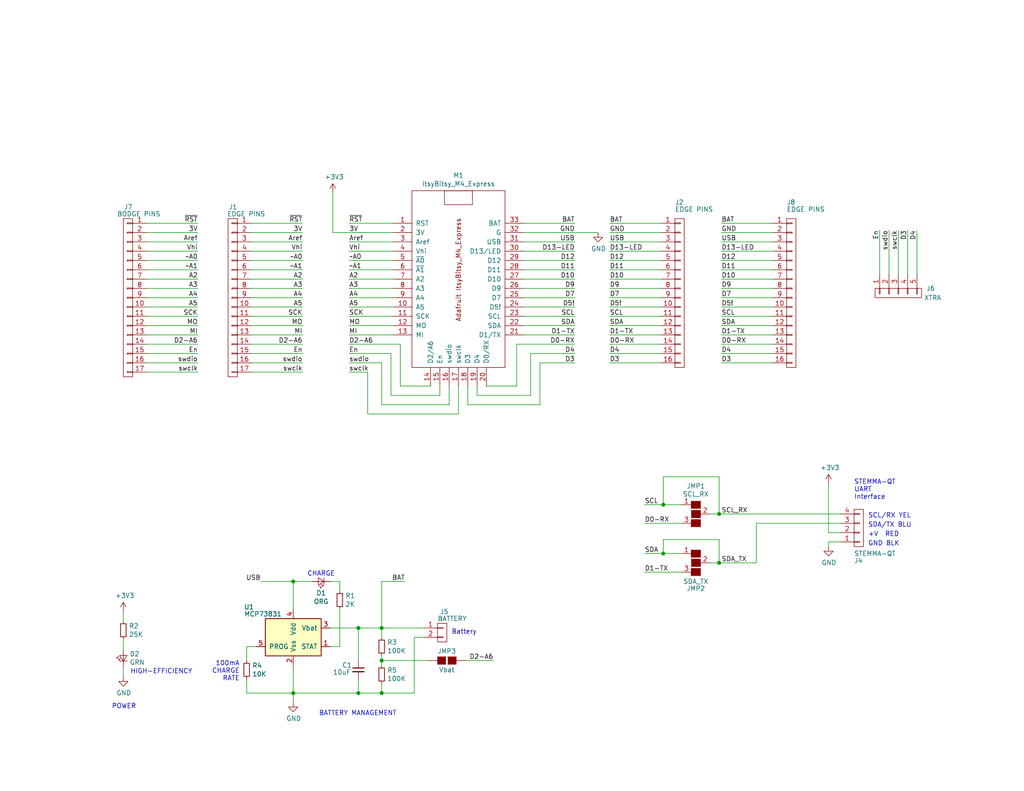
<source format=kicad_sch>
(kicad_sch (version 20211123) (generator eeschema)
  (paper "USLetter")
  (title_block (title "ItsyBitsy M4 Breadboard Adapter") (date "2023-04-20") (rev "3.0.0") (company "Cedar Grove Studios"))
  (lib_symbols
    (symbol "Device:C_Small" (pin_numbers hide) (pin_names (offset 0.254) hide)
      (property "Reference" "C" (at 0.254 1.778 0))
      (property "Value" "C_Small" (at 0.254 -2.032 0))
      (symbol "C_Small_0_1"
        (polyline (pts (xy -1.524 -0.508) (xy 1.524 -0.508)) (stroke (width 0.3302)))
        (polyline (pts (xy -1.524 0.508) (xy 1.524 0.508)) (stroke (width 0.3048)))
      )
      (symbol "C_Small_1_1"
        (pin passive line (at 0 2.54 270) (length 2.032) (name "~") (number "1"))
        (pin passive line (at 0 -2.54 90) (length 2.032) (name "~") (number "2"))
      )
    )
    (symbol "ItsyBitsy-breadboard-rescue:CONN_01X02-conn" (pin_names (offset 1.016) hide)
      (property "Reference" "J" (at 0 3.81 0))
      (property "Value" "CONN_01X02-conn" (at 2.54 0 90))
      (symbol "CONN_01X02-conn_0_1"
        (rectangle (start -1.27 -1.143) (end 0.254 -1.397))
        (rectangle (start -1.27 1.397) (end 0.254 1.143))
        (rectangle (start -1.27 2.54) (end 1.27 -2.54))
      )
      (symbol "CONN_01X02-conn_1_1"
        (pin passive line (at -5.08 1.27 0) (length 3.81) (name "P1") (number "1"))
        (pin passive line (at -5.08 -1.27 0) (length 3.81) (name "P2") (number "2"))
      )
    )
    (symbol "ItsyBitsy-breadboard-rescue:CONN_01X05-conn" (pin_names (offset 1.016) hide)
      (property "Reference" "J" (at 0 7.62 0))
      (property "Value" "CONN_01X05-conn" (at 2.54 0 90))
      (symbol "CONN_01X05-conn_0_1"
        (rectangle (start -1.27 -4.953) (end 0.254 -5.207))
        (rectangle (start -1.27 -2.413) (end 0.254 -2.667))
        (rectangle (start -1.27 0.127) (end 0.254 -0.127))
        (rectangle (start -1.27 2.667) (end 0.254 2.413))
        (rectangle (start -1.27 5.207) (end 0.254 4.953))
        (rectangle (start -1.27 6.35) (end 1.27 -6.35))
      )
      (symbol "CONN_01X05-conn_1_1"
        (pin passive line (at -5.08 5.08 0) (length 3.81) (name "P1") (number "1"))
        (pin passive line (at -5.08 2.54 0) (length 3.81) (name "P2") (number "2"))
        (pin passive line (at -5.08 0 0) (length 3.81) (name "P3") (number "3"))
        (pin passive line (at -5.08 -2.54 0) (length 3.81) (name "P4") (number "4"))
        (pin passive line (at -5.08 -5.08 0) (length 3.81) (name "P5") (number "5"))
      )
    )
    (symbol "ItsyBitsy-breadboard-rescue:CONN_01X16-conn" (pin_names (offset 1.016) hide)
      (property "Reference" "J" (at 0 21.59 0))
      (property "Value" "CONN_01X16-conn" (at 2.54 0 90))
      (symbol "CONN_01X16-conn_0_1"
        (rectangle (start -1.27 -18.923) (end 0.254 -19.177))
        (rectangle (start -1.27 -16.383) (end 0.254 -16.637))
        (rectangle (start -1.27 -13.843) (end 0.254 -14.097))
        (rectangle (start -1.27 -11.303) (end 0.254 -11.557))
        (rectangle (start -1.27 -8.763) (end 0.254 -9.017))
        (rectangle (start -1.27 -6.223) (end 0.254 -6.477))
        (rectangle (start -1.27 -3.683) (end 0.254 -3.937))
        (rectangle (start -1.27 -1.143) (end 0.254 -1.397))
        (rectangle (start -1.27 1.397) (end 0.254 1.143))
        (rectangle (start -1.27 3.937) (end 0.254 3.683))
        (rectangle (start -1.27 6.477) (end 0.254 6.223))
        (rectangle (start -1.27 9.017) (end 0.254 8.763))
        (rectangle (start -1.27 11.557) (end 0.254 11.303))
        (rectangle (start -1.27 14.097) (end 0.254 13.843))
        (rectangle (start -1.27 16.637) (end 0.254 16.383))
        (rectangle (start -1.27 19.177) (end 0.254 18.923))
        (rectangle (start -1.27 20.32) (end 1.27 -20.32))
      )
      (symbol "CONN_01X16-conn_1_1"
        (pin passive line (at -5.08 19.05 0) (length 3.81) (name "P1") (number "1"))
        (pin passive line (at -5.08 -3.81 0) (length 3.81) (name "P10") (number "10"))
        (pin passive line (at -5.08 -6.35 0) (length 3.81) (name "P11") (number "11"))
        (pin passive line (at -5.08 -8.89 0) (length 3.81) (name "P12") (number "12"))
        (pin passive line (at -5.08 -11.43 0) (length 3.81) (name "P13") (number "13"))
        (pin passive line (at -5.08 -13.97 0) (length 3.81) (name "P14") (number "14"))
        (pin passive line (at -5.08 -16.51 0) (length 3.81) (name "P15") (number "15"))
        (pin passive line (at -5.08 -19.05 0) (length 3.81) (name "P16") (number "16"))
        (pin passive line (at -5.08 16.51 0) (length 3.81) (name "P2") (number "2"))
        (pin passive line (at -5.08 13.97 0) (length 3.81) (name "P3") (number "3"))
        (pin passive line (at -5.08 11.43 0) (length 3.81) (name "P4") (number "4"))
        (pin passive line (at -5.08 8.89 0) (length 3.81) (name "P5") (number "5"))
        (pin passive line (at -5.08 6.35 0) (length 3.81) (name "P6") (number "6"))
        (pin passive line (at -5.08 3.81 0) (length 3.81) (name "P7") (number "7"))
        (pin passive line (at -5.08 1.27 0) (length 3.81) (name "P8") (number "8"))
        (pin passive line (at -5.08 -1.27 0) (length 3.81) (name "P9") (number "9"))
      )
    )
    (symbol "ItsyBitsy-breadboard-rescue:CONN_01X17-conn" (pin_names (offset 1.016) hide)
      (property "Reference" "J" (at 0 22.86 0))
      (property "Value" "CONN_01X17-conn" (at 2.54 0 90))
      (symbol "CONN_01X17-conn_0_1"
        (rectangle (start -1.27 -20.193) (end 0.254 -20.447))
        (rectangle (start -1.27 -17.653) (end 0.254 -17.907))
        (rectangle (start -1.27 -15.113) (end 0.254 -15.367))
        (rectangle (start -1.27 -12.573) (end 0.254 -12.827))
        (rectangle (start -1.27 -10.033) (end 0.254 -10.287))
        (rectangle (start -1.27 -7.493) (end 0.254 -7.747))
        (rectangle (start -1.27 -4.953) (end 0.254 -5.207))
        (rectangle (start -1.27 -2.413) (end 0.254 -2.667))
        (rectangle (start -1.27 0.127) (end 0.254 -0.127))
        (rectangle (start -1.27 2.667) (end 0.254 2.413))
        (rectangle (start -1.27 5.207) (end 0.254 4.953))
        (rectangle (start -1.27 7.747) (end 0.254 7.493))
        (rectangle (start -1.27 10.287) (end 0.254 10.033))
        (rectangle (start -1.27 12.827) (end 0.254 12.573))
        (rectangle (start -1.27 15.367) (end 0.254 15.113))
        (rectangle (start -1.27 17.907) (end 0.254 17.653))
        (rectangle (start -1.27 20.447) (end 0.254 20.193))
        (rectangle (start -1.27 21.59) (end 1.27 -21.59))
      )
      (symbol "CONN_01X17-conn_1_1"
        (pin passive line (at -5.08 20.32 0) (length 3.81) (name "P1") (number "1"))
        (pin passive line (at -5.08 -2.54 0) (length 3.81) (name "P10") (number "10"))
        (pin passive line (at -5.08 -5.08 0) (length 3.81) (name "P11") (number "11"))
        (pin passive line (at -5.08 -7.62 0) (length 3.81) (name "P12") (number "12"))
        (pin passive line (at -5.08 -10.16 0) (length 3.81) (name "P13") (number "13"))
        (pin passive line (at -5.08 -12.7 0) (length 3.81) (name "P14") (number "14"))
        (pin passive line (at -5.08 -15.24 0) (length 3.81) (name "P15") (number "15"))
        (pin passive line (at -5.08 -17.78 0) (length 3.81) (name "P16") (number "16"))
        (pin passive line (at -5.08 -20.32 0) (length 3.81) (name "P17") (number "17"))
        (pin passive line (at -5.08 17.78 0) (length 3.81) (name "P2") (number "2"))
        (pin passive line (at -5.08 15.24 0) (length 3.81) (name "P3") (number "3"))
        (pin passive line (at -5.08 12.7 0) (length 3.81) (name "P4") (number "4"))
        (pin passive line (at -5.08 10.16 0) (length 3.81) (name "P5") (number "5"))
        (pin passive line (at -5.08 7.62 0) (length 3.81) (name "P6") (number "6"))
        (pin passive line (at -5.08 5.08 0) (length 3.81) (name "P7") (number "7"))
        (pin passive line (at -5.08 2.54 0) (length 3.81) (name "P8") (number "8"))
        (pin passive line (at -5.08 0 0) (length 3.81) (name "P9") (number "9"))
      )
    )
    (symbol "ItsyBitsy-breadboard-rescue:GS2-conn" (pin_numbers hide) (pin_names (offset 1.016) hide)
      (property "Reference" "J" (at 2.54 3.81 0))
      (property "Value" "GS2-conn" (at 2.54 -3.7846 0))
      (symbol "GS2-conn_0_1"
        (polyline (pts (xy -1.016 -0.254) (xy -1.016 -2.54) (xy 1.016 -2.54) (xy 1.016 -0.254)) (fill (type outline)))
        (polyline (pts (xy -1.016 0.254) (xy -1.016 2.54) (xy 1.016 2.54) (xy 1.016 0.254)) (fill (type outline)))
      )
      (symbol "GS2-conn_1_1"
        (pin passive line (at 0 5.08 270) (length 2.54) (name "G1") (number "1"))
        (pin passive line (at 0 -5.08 90) (length 2.54) (name "G2") (number "2"))
      )
    )
    (symbol "ItsyBitsy-breadboard-rescue:GS3-conn" (pin_names (offset 1.016) hide)
      (property "Reference" "J" (at 1.27 5.08 0))
      (property "Value" "GS3-conn" (at 1.27 -5.0546 0))
      (symbol "GS3-conn_0_1"
        (polyline (pts (xy -1.27 -3.556) (xy -1.27 -1.524) (xy 1.27 -1.524) (xy 1.27 -3.556)) (fill (type outline)))
        (polyline (pts (xy -1.27 1.016) (xy 1.27 1.016) (xy 1.27 -1.016) (xy -1.27 -1.016)) (fill (type outline)))
        (polyline (pts (xy -1.27 3.556) (xy -1.27 1.524) (xy 1.27 1.524) (xy 1.27 3.556)) (fill (type outline)))
      )
      (symbol "GS3-conn_1_1"
        (pin passive line (at -3.81 2.54 0) (length 2.54) (name "G1") (number "1"))
        (pin passive line (at 3.81 0 180) (length 2.54) (name "G2") (number "2"))
        (pin passive line (at -3.81 -2.54 0) (length 2.54) (name "G3") (number "3"))
      )
    )
    (symbol "ItsyBitsy-breadboard-rescue:ItsyBitsy_M4_Express-Adafruit" (pin_names (offset 1.016))
      (property "Reference" "M" (at 0 29.21 0))
      (property "Value" "ItsyBitsy_M4_Express-Adafruit" (at 0 26.67 0))
      (symbol "ItsyBitsy_M4_Express-Adafruit_0_0"
        (text "Adafruit ItsyBitsy_M4_Express" (at 0 2.54 900) (effects (font (size 1.27 1.27))))
      )
      (symbol "ItsyBitsy_M4_Express-Adafruit_0_1"
        (rectangle (start -12.7 -24.13) (end 12.7 24.13))
        (rectangle (start -3.81 24.13) (end 3.81 20.32))
      )
      (symbol "ItsyBitsy_M4_Express-Adafruit_1_1"
        (pin input line (at -17.78 15.24 0) (length 5.08) (name "RST") (number "1"))
        (pin bidirectional line (at -17.78 -7.62 0) (length 5.08) (name "A5") (number "10"))
        (pin bidirectional line (at -17.78 -10.16 0) (length 5.08) (name "SCK") (number "11"))
        (pin bidirectional line (at -17.78 -12.7 0) (length 5.08) (name "MO") (number "12"))
        (pin bidirectional line (at -17.78 -15.24 0) (length 5.08) (name "MI") (number "13"))
        (pin bidirectional line (at -7.62 -29.21 90) (length 5.08) (name "D2/A6") (number "14"))
        (pin input line (at -5.08 -29.21 90) (length 5.08) (name "En") (number "15"))
        (pin bidirectional line (at -2.54 -29.21 90) (length 5.08) (name "swdio") (number "16"))
        (pin bidirectional line (at 0 -29.21 90) (length 5.08) (name "swclk") (number "17"))
        (pin bidirectional line (at 2.54 -29.21 90) (length 5.08) (name "D3") (number "18"))
        (pin bidirectional line (at 5.08 -29.21 90) (length 5.08) (name "D4") (number "19"))
        (pin power_out line (at -17.78 12.7 0) (length 5.08) (name "3V") (number "2"))
        (pin input line (at 7.62 -29.21 90) (length 5.08) (name "D0/RX") (number "20"))
        (pin output line (at 17.78 -15.24 180) (length 5.08) (name "D1/TX") (number "21"))
        (pin bidirectional line (at 17.78 -12.7 180) (length 5.08) (name "SDA") (number "22"))
        (pin bidirectional line (at 17.78 -10.16 180) (length 5.08) (name "SCL") (number "23"))
        (pin output line (at 17.78 -7.62 180) (length 5.08) (name "D5!") (number "24"))
        (pin bidirectional line (at 17.78 -5.08 180) (length 5.08) (name "D7") (number "25"))
        (pin bidirectional line (at 17.78 -2.54 180) (length 5.08) (name "D9") (number "26"))
        (pin bidirectional line (at 17.78 0 180) (length 5.08) (name "D10") (number "27"))
        (pin bidirectional line (at 17.78 2.54 180) (length 5.08) (name "D11") (number "28"))
        (pin bidirectional line (at 17.78 5.08 180) (length 5.08) (name "D12") (number "29"))
        (pin input line (at -17.78 10.16 0) (length 5.08) (name "Aref") (number "3"))
        (pin bidirectional line (at 17.78 7.62 180) (length 5.08) (name "D13/LED") (number "30"))
        (pin power_out line (at 17.78 10.16 180) (length 5.08) (name "USB") (number "31"))
        (pin bidirectional line (at 17.78 12.7 180) (length 5.08) (name "G") (number "32"))
        (pin power_in line (at 17.78 15.24 180) (length 5.08) (name "BAT") (number "33"))
        (pin power_out line (at -17.78 7.62 0) (length 5.08) (name "Vhi") (number "4"))
        (pin bidirectional line (at -17.78 5.08 0) (length 5.08) (name "~{A0}") (number "5"))
        (pin bidirectional line (at -17.78 2.54 0) (length 5.08) (name "~{A1}") (number "6"))
        (pin bidirectional line (at -17.78 0 0) (length 5.08) (name "A2") (number "7"))
        (pin bidirectional line (at -17.78 -2.54 0) (length 5.08) (name "A3") (number "8"))
        (pin bidirectional line (at -17.78 -5.08 0) (length 5.08) (name "A4") (number "9"))
      )
    )
    (symbol "ItsyBitsy-breadboard-rescue:LED_Small-device" (pin_numbers hide) (pin_names (offset 0.254) hide)
      (property "Reference" "D" (at -1.27 3.175 0))
      (property "Value" "LED_Small-device" (at -4.445 -2.54 0))
      (symbol "LED_Small-device_0_1"
        (polyline (pts (xy -0.762 -1.016) (xy -0.762 1.016)))
        (polyline (pts (xy 1.016 0) (xy -0.762 0)))
        (polyline (pts (xy 0.762 -1.016) (xy -0.762 0) (xy 0.762 1.016) (xy 0.762 -1.016)))
        (polyline (pts (xy 0 0.762) (xy -0.508 1.27) (xy -0.254 1.27) (xy -0.508 1.27) (xy -0.508 1.016)))
        (polyline (pts (xy 0.508 1.27) (xy 0 1.778) (xy 0.254 1.778) (xy 0 1.778) (xy 0 1.524)))
      )
      (symbol "LED_Small-device_1_1"
        (pin passive line (at -2.54 0 0) (length 1.778) (name "K") (number "1"))
        (pin passive line (at 2.54 0 180) (length 1.778) (name "A") (number "2"))
      )
    )
    (symbol "ItsyBitsy-breadboard-rescue:MCP73831-2-OT-battery_management" (pin_names (offset 1.016))
      (property "Reference" "U" (at -7.62 6.35 0))
      (property "Value" "MCP73831-2-OT-battery_management" (at 1.27 6.35 0))
      (symbol "MCP73831-2-OT-battery_management_0_1"
        (rectangle (start -7.62 5.08) (end 7.62 -5.08) (stroke (width 0.254)) (fill (type background)))
      )
      (symbol "MCP73831-2-OT-battery_management_1_1"
        (pin output line (at 10.16 -2.54 180) (length 2.54) (name "STAT") (number "1"))
        (pin power_in line (at 0 -7.62 90) (length 2.54) (name "Vss") (number "2"))
        (pin power_out line (at 10.16 2.54 180) (length 2.54) (name "Vbat") (number "3"))
        (pin power_in line (at 0 7.62 270) (length 2.54) (name "Vdd") (number "4"))
        (pin input line (at -10.16 -2.54 0) (length 2.54) (name "PROG") (number "5"))
      )
    )
    (symbol "ItsyBitsy-breadboard-rescue:R_Small-device" (pin_numbers hide) (pin_names (offset 0.254) hide)
      (property "Reference" "R" (at 0.762 0.508 0))
      (property "Value" "R_Small-device" (at 0.762 -1.016 0))
      (symbol "R_Small-device_0_1"
        (rectangle (start -0.762 1.778) (end 0.762 -1.778) (stroke (width 0.2032)))
      )
      (symbol "R_Small-device_1_1"
        (pin passive line (at 0 2.54 270) (length 0.762) (name "~") (number "1"))
        (pin passive line (at 0 -2.54 90) (length 0.762) (name "~") (number "2"))
      )
    )
    (symbol "STEMMA_MPU_Backpack-rescue:CONN_01X04-conn-STEMMA_Wing_Backpack-rescue" (pin_names (offset 1.016) hide)
      (property "Reference" "J" (at 0 6.35 0))
      (property "Value" "CONN_01X04-conn-STEMMA_Wing_Backpack-rescue" (at 2.54 0 90))
      (symbol "CONN_01X04-conn-STEMMA_Wing_Backpack-rescue_0_1"
        (rectangle (start -1.27 -3.683) (end 0.254 -3.937))
        (rectangle (start -1.27 -1.143) (end 0.254 -1.397))
        (rectangle (start -1.27 1.397) (end 0.254 1.143))
        (rectangle (start -1.27 3.937) (end 0.254 3.683))
        (rectangle (start -1.27 5.08) (end 1.27 -5.08))
      )
      (symbol "CONN_01X04-conn-STEMMA_Wing_Backpack-rescue_1_1"
        (pin passive line (at -5.08 3.81 0) (length 3.81) (name "P1") (number "1"))
        (pin passive line (at -5.08 1.27 0) (length 3.81) (name "P2") (number "2"))
        (pin passive line (at -5.08 -1.27 0) (length 3.81) (name "P3") (number "3"))
        (pin passive line (at -5.08 -3.81 0) (length 3.81) (name "P4") (number "4"))
      )
    )
    (symbol "power:+3.3V" (power) (pin_names (offset 0))
      (property "Value" "+3.3V" (at 0 3.556 0))
      (symbol "+3.3V_0_1"
        (polyline (pts (xy -0.762 1.27) (xy 0 2.54)))
        (polyline (pts (xy 0 0) (xy 0 2.54)))
        (polyline (pts (xy 0 2.54) (xy 0.762 1.27)))
      )
      (symbol "+3.3V_1_1"
        (pin power_in line (at 0 0 90) (length 0) hide (name "+3V3") (number "1"))
      )
    )
    (symbol "power:GND" (power) (pin_names (offset 0))
      (property "Value" "GND" (at 0 -3.81 0))
      (symbol "GND_0_1"
        (polyline (pts (xy 0 0) (xy 0 -1.27) (xy 1.27 -1.27) (xy 0 -2.54) (xy -1.27 -1.27) (xy 0 -1.27)))
      )
      (symbol "GND_1_1"
        (pin power_in line (at 0 0 270) (length 0) hide (name "GND") (number "1"))
      )
    )
  )
  (junction (at 80.01 158.75))
  (junction (at 97.79 171.45))
  (junction (at 80.01 189.23))
  (junction (at 104.14 180.34))
  (junction (at 196.215 140.335))
  (junction (at 180.975 151.13))
  (junction (at 196.215 153.67))
  (junction (at 104.14 171.45))
  (junction (at 97.79 189.23))
  (junction (at 180.975 137.795))
  (junction (at 104.14 189.23))
  (wire (pts (xy 196.85 96.52) (xy 210.82 96.52)))
  (wire (pts (xy 210.82 63.5) (xy 196.85 63.5)))
  (wire (pts (xy 196.85 91.44) (xy 210.82 91.44)))
  (wire (pts (xy 97.79 189.23) (xy 104.14 189.23)))
  (wire (pts (xy 140.97 105.41) (xy 140.97 93.98)))
  (wire (pts (xy 250.19 74.93) (xy 250.19 62.865)))
  (wire (pts (xy 33.655 177.165) (xy 33.655 174.625)))
  (wire (pts (xy 210.82 88.9) (xy 196.85 88.9)))
  (wire (pts (xy 144.78 107.95) (xy 144.78 96.52)))
  (wire (pts (xy 68.58 81.28) (xy 82.55 81.28)))
  (wire (pts (xy 180.34 86.36) (xy 166.37 86.36)))
  (wire (pts (xy 40.005 99.06) (xy 53.975 99.06)))
  (wire (pts (xy 95.25 81.28) (xy 107.315 81.28)))
  (wire (pts (xy 67.31 176.53) (xy 69.85 176.53)))
  (wire (pts (xy 247.65 62.865) (xy 247.65 74.93)))
  (wire (pts (xy 53.975 83.82) (xy 40.005 83.82)))
  (wire (pts (xy 193.675 140.335) (xy 196.215 140.335)))
  (wire (pts (xy 226.06 147.955) (xy 229.235 147.955)))
  (wire (pts (xy 245.11 62.865) (xy 245.11 74.93)))
  (wire (pts (xy 127 180.34) (xy 134.62 180.34)))
  (wire (pts (xy 95.25 96.52) (xy 106.68 96.52)))
  (wire (pts (xy 106.68 107.95) (xy 120.015 107.95)))
  (wire (pts (xy 68.58 93.98) (xy 82.55 93.98)))
  (wire (pts (xy 104.14 189.23) (xy 113.03 189.23)))
  (wire (pts (xy 33.655 184.785) (xy 33.655 182.245)))
  (wire (pts (xy 142.875 71.12) (xy 156.845 71.12)))
  (wire (pts (xy 186.055 137.795) (xy 180.975 137.795)))
  (wire (pts (xy 180.34 63.5) (xy 166.37 63.5)))
  (wire (pts (xy 95.25 71.12) (xy 107.315 71.12)))
  (wire (pts (xy 210.82 99.06) (xy 196.85 99.06)))
  (wire (pts (xy 40.005 68.58) (xy 53.975 68.58)))
  (wire (pts (xy 100.33 101.6) (xy 95.25 101.6)))
  (wire (pts (xy 166.37 71.12) (xy 180.34 71.12)))
  (wire (pts (xy 147.32 110.49) (xy 147.32 99.06)))
  (wire (pts (xy 40.005 93.98) (xy 53.975 93.98)))
  (wire (pts (xy 109.22 93.98) (xy 109.22 105.41)))
  (wire (pts (xy 196.215 147.32) (xy 196.215 153.67)))
  (wire (pts (xy 180.34 88.9) (xy 166.37 88.9)))
  (wire (pts (xy 196.85 78.74) (xy 210.82 78.74)))
  (wire (pts (xy 95.25 91.44) (xy 107.315 91.44)))
  (wire (pts (xy 196.215 140.335) (xy 229.235 140.335)))
  (wire (pts (xy 68.58 63.5) (xy 82.55 63.5)))
  (wire (pts (xy 122.555 110.49) (xy 122.555 105.41)))
  (wire (pts (xy 120.015 107.95) (xy 120.015 105.41)))
  (wire (pts (xy 40.005 73.66) (xy 53.975 73.66)))
  (wire (pts (xy 40.005 81.28) (xy 53.975 81.28)))
  (wire (pts (xy 196.215 153.67) (xy 206.375 153.67)))
  (wire (pts (xy 142.875 78.74) (xy 156.845 78.74)))
  (wire (pts (xy 226.06 145.415) (xy 229.235 145.415)))
  (wire (pts (xy 242.57 62.865) (xy 242.57 74.93)))
  (wire (pts (xy 210.82 86.36) (xy 196.85 86.36)))
  (wire (pts (xy 142.875 76.2) (xy 156.845 76.2)))
  (wire (pts (xy 130.175 105.41) (xy 130.175 107.95)))
  (wire (pts (xy 180.34 99.06) (xy 166.37 99.06)))
  (wire (pts (xy 193.675 153.67) (xy 196.215 153.67)))
  (wire (pts (xy 180.975 137.795) (xy 175.895 137.795)))
  (wire (pts (xy 180.975 130.175) (xy 196.215 130.175)))
  (wire (pts (xy 104.14 171.45) (xy 104.14 158.75)))
  (wire (pts (xy 113.03 173.99) (xy 115.57 173.99)))
  (wire (pts (xy 180.34 93.98) (xy 166.37 93.98)))
  (wire (pts (xy 186.055 151.13) (xy 180.975 151.13)))
  (wire (pts (xy 180.34 73.66) (xy 166.37 73.66)))
  (wire (pts (xy 80.01 191.77) (xy 80.01 189.23)))
  (wire (pts (xy 140.97 93.98) (xy 156.845 93.98)))
  (wire (pts (xy 80.01 181.61) (xy 80.01 189.23)))
  (wire (pts (xy 166.37 83.82) (xy 180.34 83.82)))
  (wire (pts (xy 107.315 63.5) (xy 90.805 63.5)))
  (wire (pts (xy 90.17 158.75) (xy 92.71 158.75)))
  (wire (pts (xy 142.875 60.96) (xy 156.845 60.96)))
  (wire (pts (xy 68.58 88.9) (xy 82.55 88.9)))
  (wire (pts (xy 82.55 71.12) (xy 68.58 71.12)))
  (wire (pts (xy 67.31 185.42) (xy 67.31 189.23)))
  (wire (pts (xy 82.55 96.52) (xy 68.58 96.52)))
  (wire (pts (xy 142.875 73.66) (xy 156.845 73.66)))
  (wire (pts (xy 104.14 180.34) (xy 104.14 181.61)))
  (wire (pts (xy 142.875 91.44) (xy 156.845 91.44)))
  (wire (pts (xy 95.25 76.2) (xy 107.315 76.2)))
  (wire (pts (xy 95.25 83.82) (xy 107.315 83.82)))
  (wire (pts (xy 53.975 91.44) (xy 40.005 91.44)))
  (wire (pts (xy 92.71 176.53) (xy 90.17 176.53)))
  (wire (pts (xy 210.82 68.58) (xy 196.85 68.58)))
  (wire (pts (xy 206.375 142.875) (xy 229.235 142.875)))
  (wire (pts (xy 104.14 158.75) (xy 110.49 158.75)))
  (wire (pts (xy 40.005 60.96) (xy 53.975 60.96)))
  (wire (pts (xy 180.975 151.13) (xy 180.975 147.32)))
  (wire (pts (xy 180.34 60.96) (xy 166.37 60.96)))
  (wire (pts (xy 97.79 185.42) (xy 97.79 189.23)))
  (wire (pts (xy 82.55 66.04) (xy 68.58 66.04)))
  (wire (pts (xy 132.715 105.41) (xy 140.97 105.41)))
  (wire (pts (xy 104.14 186.69) (xy 104.14 189.23)))
  (wire (pts (xy 180.34 68.58) (xy 166.37 68.58)))
  (wire (pts (xy 95.25 86.36) (xy 107.315 86.36)))
  (wire (pts (xy 104.14 173.99) (xy 104.14 171.45)))
  (wire (pts (xy 142.875 86.36) (xy 156.845 86.36)))
  (wire (pts (xy 125.095 113.03) (xy 100.33 113.03)))
  (wire (pts (xy 80.01 166.37) (xy 80.01 158.75)))
  (wire (pts (xy 196.215 130.175) (xy 196.215 140.335)))
  (wire (pts (xy 53.975 71.12) (xy 40.005 71.12)))
  (wire (pts (xy 127.635 105.41) (xy 127.635 110.49)))
  (wire (pts (xy 166.37 91.44) (xy 180.34 91.44)))
  (wire (pts (xy 104.14 110.49) (xy 122.555 110.49)))
  (wire (pts (xy 113.03 189.23) (xy 113.03 173.99)))
  (wire (pts (xy 117.475 105.41) (xy 109.22 105.41)))
  (wire (pts (xy 80.01 158.75) (xy 71.12 158.75)))
  (wire (pts (xy 142.875 66.04) (xy 156.845 66.04)))
  (wire (pts (xy 68.58 101.6) (xy 82.55 101.6)))
  (wire (pts (xy 166.37 66.04) (xy 180.34 66.04)))
  (wire (pts (xy 166.37 78.74) (xy 180.34 78.74)))
  (wire (pts (xy 144.78 96.52) (xy 156.845 96.52)))
  (wire (pts (xy 33.655 169.545) (xy 33.655 167.005)))
  (wire (pts (xy 82.55 78.74) (xy 68.58 78.74)))
  (wire (pts (xy 142.875 88.9) (xy 156.845 88.9)))
  (wire (pts (xy 82.55 91.44) (xy 68.58 91.44)))
  (wire (pts (xy 186.055 142.875) (xy 175.895 142.875)))
  (wire (pts (xy 40.005 101.6) (xy 53.975 101.6)))
  (wire (pts (xy 92.71 158.75) (xy 92.71 161.29)))
  (wire (pts (xy 95.25 93.98) (xy 109.22 93.98)))
  (wire (pts (xy 90.805 63.5) (xy 90.805 52.705)))
  (wire (pts (xy 40.005 63.5) (xy 53.975 63.5)))
  (wire (pts (xy 68.58 73.66) (xy 82.55 73.66)))
  (wire (pts (xy 180.34 76.2) (xy 166.37 76.2)))
  (wire (pts (xy 100.33 113.03) (xy 100.33 101.6)))
  (wire (pts (xy 68.58 86.36) (xy 82.55 86.36)))
  (wire (pts (xy 104.14 171.45) (xy 115.57 171.45)))
  (wire (pts (xy 127.635 110.49) (xy 147.32 110.49)))
  (wire (pts (xy 68.58 76.2) (xy 82.55 76.2)))
  (wire (pts (xy 206.375 142.875) (xy 206.375 153.67)))
  (wire (pts (xy 40.005 88.9) (xy 53.975 88.9)))
  (wire (pts (xy 210.82 76.2) (xy 196.85 76.2)))
  (wire (pts (xy 142.875 83.82) (xy 156.845 83.82)))
  (wire (pts (xy 166.37 96.52) (xy 180.34 96.52)))
  (wire (pts (xy 82.55 83.82) (xy 68.58 83.82)))
  (wire (pts (xy 210.82 73.66) (xy 196.85 73.66)))
  (wire (pts (xy 240.03 62.865) (xy 240.03 74.93)))
  (wire (pts (xy 40.005 76.2) (xy 53.975 76.2)))
  (wire (pts (xy 95.25 60.96) (xy 107.315 60.96)))
  (wire (pts (xy 67.31 176.53) (xy 67.31 180.34)))
  (wire (pts (xy 97.79 189.23) (xy 80.01 189.23)))
  (wire (pts (xy 180.975 151.13) (xy 175.895 151.13)))
  (wire (pts (xy 196.85 66.04) (xy 210.82 66.04)))
  (wire (pts (xy 180.975 147.32) (xy 196.215 147.32)))
  (wire (pts (xy 147.32 99.06) (xy 156.845 99.06)))
  (wire (pts (xy 226.06 132.08) (xy 226.06 145.415)))
  (wire (pts (xy 92.71 166.37) (xy 92.71 176.53)))
  (wire (pts (xy 40.005 86.36) (xy 53.975 86.36)))
  (wire (pts (xy 95.25 73.66) (xy 107.315 73.66)))
  (wire (pts (xy 95.25 88.9) (xy 107.315 88.9)))
  (wire (pts (xy 210.82 93.98) (xy 196.85 93.98)))
  (wire (pts (xy 95.25 78.74) (xy 107.315 78.74)))
  (wire (pts (xy 130.175 107.95) (xy 144.78 107.95)))
  (wire (pts (xy 80.01 189.23) (xy 67.31 189.23)))
  (wire (pts (xy 68.58 60.96) (xy 82.55 60.96)))
  (wire (pts (xy 116.84 180.34) (xy 104.14 180.34)))
  (wire (pts (xy 142.875 63.5) (xy 163.195 63.5)))
  (wire (pts (xy 53.975 66.04) (xy 40.005 66.04)))
  (wire (pts (xy 95.25 68.58) (xy 107.315 68.58)))
  (wire (pts (xy 180.975 137.795) (xy 180.975 130.175)))
  (wire (pts (xy 104.14 99.06) (xy 95.25 99.06)))
  (wire (pts (xy 104.14 179.07) (xy 104.14 180.34)))
  (wire (pts (xy 104.14 110.49) (xy 104.14 99.06)))
  (wire (pts (xy 53.975 78.74) (xy 40.005 78.74)))
  (wire (pts (xy 180.34 81.28) (xy 166.37 81.28)))
  (wire (pts (xy 106.68 107.95) (xy 106.68 96.52)))
  (wire (pts (xy 80.01 158.75) (xy 85.09 158.75)))
  (wire (pts (xy 68.58 99.06) (xy 82.55 99.06)))
  (wire (pts (xy 210.82 81.28) (xy 196.85 81.28)))
  (wire (pts (xy 68.58 68.58) (xy 82.55 68.58)))
  (wire (pts (xy 90.17 171.45) (xy 97.79 171.45)))
  (wire (pts (xy 95.25 66.04) (xy 107.315 66.04)))
  (wire (pts (xy 125.095 105.41) (xy 125.095 113.03)))
  (wire (pts (xy 97.79 171.45) (xy 97.79 180.34)))
  (wire (pts (xy 142.875 68.58) (xy 156.845 68.58)))
  (wire (pts (xy 97.79 171.45) (xy 104.14 171.45)))
  (wire (pts (xy 226.06 149.225) (xy 226.06 147.955)))
  (wire (pts (xy 142.875 81.28) (xy 156.845 81.28)))
  (wire (pts (xy 53.975 96.52) (xy 40.005 96.52)))
  (wire (pts (xy 186.055 156.21) (xy 175.895 156.21)))
  (wire (pts (xy 196.85 71.12) (xy 210.82 71.12)))
  (wire (pts (xy 210.82 60.96) (xy 196.85 60.96)))
  (wire (pts (xy 196.85 83.82) (xy 210.82 83.82)))
  (text "BATTERY MANAGEMENT" (at 86.995 195.58 0) (effects (font (size 1.27 1.27)) (justify left bottom)))
  (text "GND BLK" (at 236.855 149.225 0) (effects (font (size 1.27 1.27)) (justify left bottom)))
  (text "SDA/TX BLU" (at 236.855 144.145 0) (effects (font (size 1.27 1.27)) (justify left bottom)))
  (text "CHARGE" (at 83.82 157.48 0) (effects (font (size 1.27 1.27)) (justify left bottom)))
  (text "SCL/RX YEL" (at 236.855 141.605 0) (effects (font (size 1.27 1.27)) (justify left bottom)))
  (text "Battery" (at 123.19 173.355 0) (effects (font (size 1.27 1.27)) (justify left bottom)))
  (text "HIGH-EFFICIENCY" (at 35.56 184.15 0) (effects (font (size 1.27 1.27)) (justify left bottom)))
  (text "STEMMA-QT\nUART\nInterface" (at 233.045 136.525 0) (effects (font (size 1.27 1.27)) (justify left bottom)))
  (text "+V  RED" (at 236.855 146.685 0) (effects (font (size 1.27 1.27)) (justify left bottom)))
  (text "POWER" (at 30.48 193.675 0) (effects (font (size 1.27 1.27)) (justify left bottom)))
  (text "100mA\nCHARGE\nRATE" (at 65.405 186.055 180) (effects (font (size 1.27 1.27)) (justify right bottom)))
  (label "~A0" (at 82.55 71.12 180))
  (label "SCK" (at 53.975 86.36 180))
  (label "3V" (at 95.25 63.5 0))
  (label "D5!" (at 156.845 83.82 180))
  (label "D2-A6" (at 82.55 93.98 180))
  (label "BAT" (at 166.37 60.96 0))
  (label "BAT" (at 110.49 158.75 180))
  (label "D1-TX" (at 196.85 91.44 0))
  (label "GND" (at 196.85 63.5 0))
  (label "A3" (at 95.25 78.74 0))
  (label "SDA" (at 175.895 151.13 0))
  (label "~{RST}" (at 53.975 60.96 180))
  (label "USB" (at 196.85 66.04 0))
  (label "D5!" (at 166.37 83.82 0))
  (label "A5" (at 82.55 83.82 180))
  (label "USB" (at 71.12 158.75 180))
  (label "swclk" (at 95.25 101.6 0))
  (label "D13-LED" (at 156.845 68.58 180))
  (label "MO" (at 53.975 88.9 180))
  (label "D11" (at 156.845 73.66 180))
  (label "D0-RX" (at 175.895 142.875 0))
  (label "Aref" (at 82.55 66.04 180))
  (label "D13-LED" (at 196.85 68.58 0))
  (label "D12" (at 196.85 71.12 0))
  (label "D7" (at 156.845 81.28 180))
  (label "D3" (at 156.845 99.06 180))
  (label "SCL_RX" (at 196.85 140.335 0))
  (label "D4" (at 166.37 96.52 0))
  (label "Aref" (at 53.975 66.04 180))
  (label "En" (at 82.55 96.52 180))
  (label "swclk" (at 82.55 101.6 180))
  (label "SDA" (at 166.37 88.9 0))
  (label "BAT" (at 196.85 60.96 0))
  (label "D11" (at 166.37 73.66 0))
  (label "D9" (at 166.37 78.74 0))
  (label "D7" (at 166.37 81.28 0))
  (label "D12" (at 156.845 71.12 180))
  (label "D2-A6" (at 134.62 180.34 180))
  (label "D11" (at 196.85 73.66 0))
  (label "A5" (at 95.25 83.82 0))
  (label "D0-RX" (at 156.845 93.98 180))
  (label "A2" (at 95.25 76.2 0))
  (label "D10" (at 196.85 76.2 0))
  (label "D1-TX" (at 166.37 91.44 0))
  (label "A2" (at 82.55 76.2 180))
  (label "SCK" (at 82.55 86.36 180))
  (label "D1-TX" (at 156.845 91.44 180))
  (label "En" (at 95.25 96.52 0))
  (label "Vhi" (at 82.55 68.58 180))
  (label "swdio" (at 53.975 99.06 180))
  (label "SCL" (at 196.85 86.36 0))
  (label "BAT" (at 156.845 60.96 180))
  (label "SCL" (at 156.845 86.36 180))
  (label "SDA" (at 196.85 88.9 0))
  (label "En" (at 240.03 62.865 270))
  (label "SCL" (at 175.895 137.795 0))
  (label "USB" (at 166.37 66.04 0))
  (label "GND" (at 166.37 63.5 0))
  (label "A4" (at 53.975 81.28 180))
  (label "D9" (at 156.845 78.74 180))
  (label "~{RST}" (at 82.55 60.96 180))
  (label "A3" (at 53.975 78.74 180))
  (label "D4" (at 196.85 96.52 0))
  (label "3V" (at 82.55 63.5 180))
  (label "GND" (at 156.845 63.5 180))
  (label "~A1" (at 95.25 73.66 0))
  (label "D7" (at 196.85 81.28 0))
  (label "D0-RX" (at 166.37 93.98 0))
  (label "D2-A6" (at 95.25 93.98 0))
  (label "swdio" (at 95.25 99.06 0))
  (label "A2" (at 53.975 76.2 180))
  (label "SCK" (at 95.25 86.36 0))
  (label "D12" (at 166.37 71.12 0))
  (label "swdio" (at 82.55 99.06 180))
  (label "~A0" (at 95.25 71.12 0))
  (label "3V" (at 53.975 63.5 180))
  (label "D3" (at 196.85 99.06 0))
  (label "SDA" (at 156.845 88.9 180))
  (label "A3" (at 82.55 78.74 180))
  (label "D3" (at 247.65 62.865 270))
  (label "D0-RX" (at 196.85 93.98 0))
  (label "~{RST}" (at 95.25 60.96 0))
  (label "D4" (at 250.19 62.865 270))
  (label "D10" (at 156.845 76.2 180))
  (label "D4" (at 156.845 96.52 180))
  (label "En" (at 53.975 96.52 180))
  (label "SDA_TX" (at 196.85 153.67 0))
  (label "A4" (at 95.25 81.28 0))
  (label "swdio" (at 242.57 62.865 270))
  (label "Aref" (at 95.25 66.04 0))
  (label "~A0" (at 53.975 71.12 180))
  (label "D10" (at 166.37 76.2 0))
  (label "D3" (at 166.37 99.06 0))
  (label "Vhi" (at 95.25 68.58 0))
  (label "MI" (at 95.25 91.44 0))
  (label "SCL" (at 166.37 86.36 0))
  (label "D13-LED" (at 166.37 68.58 0))
  (label "D5!" (at 196.85 83.82 0))
  (label "MI" (at 53.975 91.44 180))
  (label "A4" (at 82.55 81.28 180))
  (label "~A1" (at 53.975 73.66 180))
  (label "MI" (at 82.55 91.44 180))
  (label "~A1" (at 82.55 73.66 180))
  (label "D9" (at 196.85 78.74 0))
  (label "MO" (at 95.25 88.9 0))
  (label "swclk" (at 53.975 101.6 180))
  (label "D1-TX" (at 175.895 156.21 0))
  (label "USB" (at 156.845 66.04 180))
  (label "swclk" (at 245.11 62.865 270))
  (label "D2-A6" (at 53.975 93.98 180))
  (label "A5" (at 53.975 83.82 180))
  (label "MO" (at 82.55 88.9 180))
  (label "Vhi" (at 53.975 68.58 180))
  (symbol (lib_id "power:GND") (at 163.195 63.5 0) (unit 1)
    (property "Reference" "#PWR03" (effects hide))
    (property "Value" "GND" (at 163.322 67.8942 0))
  )
  (symbol (lib_id "power:+3.3V") (at 90.805 52.705 0) (unit 1)
    (property "Reference" "#PWR01" (effects hide))
    (property "Value" "+3.3V" (at 91.186 48.3108 0))
  )
  (symbol (lib_id "ItsyBitsy-breadboard-rescue:CONN_01X16-conn") (at 185.42 80.01 0) (unit 1)
    (property "Reference" "J2" (at 184.15 55.245 0) (effects (justify left)))
    (property "Value" "EDGE PINS" (at 184.15 57.15 0) (effects (justify left)))
    (property "Footprint" "Adafruit:Pin_Header_Straight_1x16_Pitch2.54mm_no_silk" (effects hide))
  )
  (symbol (lib_id "power:+3.3V") (at 226.06 132.08 0) (unit 1)
    (property "Reference" "#PWR04" (effects hide))
    (property "Value" "+3.3V" (at 226.441 127.6858 0))
  )
  (symbol (lib_id "power:GND") (at 226.06 149.225 0) (unit 1)
    (property "Reference" "#PWR06" (effects hide))
    (property "Value" "GND" (at 226.187 153.6192 0))
  )
  (symbol (lib_id "ItsyBitsy-breadboard-rescue:ItsyBitsy_M4_Express-Adafruit") (at 125.095 76.2 0) (unit 1)
    (property "Reference" "M1" (at 125.095 47.879 0))
    (property "Value" "ItsyBitsy_M4_Express" (at 125.095 50.1904 0))
  )
  (symbol (lib_id "ItsyBitsy-breadboard-rescue:CONN_01X17-conn") (at 34.925 81.28 0) (mirror y) (unit 1)
    (property "Reference" "J7" (at 36.195 56.515 0) (effects (justify left)))
    (property "Value" "BODGE PINS" (at 43.815 58.42 0) (effects (justify left)))
    (property "Footprint" "Adafruit:Pin_Header_Straight_1x17_Pitch2.54mm_no_silk" (effects hide))
  )
  (symbol (lib_id "ItsyBitsy-breadboard-rescue:CONN_01X16-conn") (at 215.9 80.01 0) (unit 1)
    (property "Reference" "J8" (at 214.63 55.245 0) (effects (justify left)))
    (property "Value" "EDGE PINS" (at 214.63 57.15 0) (effects (justify left)))
    (property "Footprint" "Adafruit:Pin_Header_Straight_1x16_Pitch2.54mm_no_silk" (effects hide))
  )
  (symbol (lib_id "ItsyBitsy-breadboard-rescue:CONN_01X17-conn") (at 63.5 81.28 0) (mirror y) (unit 1)
    (property "Reference" "J1" (at 64.77 56.515 0) (effects (justify left)))
    (property "Value" "EDGE PINS" (at 72.39 58.42 0) (effects (justify left)))
    (property "Footprint" "Adafruit:Pin_Header_Straight_1x17_Pitch2.54mm_no_silk" (effects hide))
  )
  (symbol (lib_id "ItsyBitsy-breadboard-rescue:CONN_01X02-conn") (at 120.65 172.72 0) (unit 1)
    (property "Reference" "J5" (at 120.015 167.005 0) (effects (justify left)))
    (property "Value" "BATTERY" (at 119.38 168.91 0) (effects (justify left)))
    (property "Footprint" "Connector_JST:JST_PH_B2B-PH-K_1x02_P2.00mm_Vertical" (effects hide))
  )
  (symbol (lib_id "power:GND") (at 80.01 191.77 0) (unit 1)
    (property "Reference" "#PWR07" (effects hide))
    (property "Value" "GND" (at 80.137 196.1642 0))
  )
  (symbol (lib_id "ItsyBitsy-breadboard-rescue:CONN_01X05-conn") (at 245.11 80.01 90) (mirror x) (unit 1)
    (property "Reference" "J6" (at 252.73 78.74 90) (effects (justify right)))
    (property "Value" "XTRA" (at 252.095 81.28 90) (effects (justify right)))
    (property "Footprint" "Adafruit:Pin_Header_Straight_1x05_Pitch2.54mm_no_silk" (effects hide))
  )
  (symbol (lib_id "ItsyBitsy-breadboard-rescue:GS3-conn") (at 189.865 140.335 0) (unit 1)
    (property "Reference" "JMP1" (at 189.865 132.715 0))
    (property "Value" "SCL_RX" (at 189.865 134.8994 0))
    (property "Footprint" "Connectors:GS3" (effects hide))
  )
  (symbol (lib_id "ItsyBitsy-breadboard-rescue:GS3-conn") (at 189.865 153.67 0) (unit 1)
    (property "Reference" "JMP2" (at 189.865 160.655 0))
    (property "Value" "SDA_TX" (at 189.865 158.75 0))
    (property "Footprint" "Connectors:GS3" (effects hide))
  )
  (symbol (lib_id "ItsyBitsy-breadboard-rescue:MCP73831-2-OT-battery_management") (at 80.01 173.99 0) (unit 1)
    (property "Reference" "U1" (at 67.945 165.735 0))
    (property "Value" "MCP73831" (at 71.755 167.64 0))
    (property "Footprint" "Package_TO_SOT_SMD:SOT-23-5" (effects hide))
    (property "Datasheet" "http://ww1.microchip.com/downloads/en/DeviceDoc/20001984g.pdf" (effects hide))
  )
  (symbol (lib_id "ItsyBitsy-breadboard-rescue:R_Small-device") (at 67.31 182.88 0) (unit 1)
    (property "Reference" "R4" (at 68.8086 181.7116 0) (effects (justify left)))
    (property "Value" "10K" (at 68.8086 184.023 0) (effects (justify left)))
    (property "Footprint" "Resistor_SMD:R_0805_2012Metric" (effects hide))
  )
  (symbol (lib_id "ItsyBitsy-breadboard-rescue:R_Small-device") (at 92.71 163.83 0) (unit 1)
    (property "Reference" "R1" (at 94.2086 162.6616 0) (effects (justify left)))
    (property "Value" "2K" (at 94.2086 164.973 0) (effects (justify left)))
    (property "Footprint" "Resistor_SMD:R_0805_2012Metric" (effects hide))
  )
  (symbol (lib_id "ItsyBitsy-breadboard-rescue:LED_Small-device") (at 87.63 158.75 180) (unit 1)
    (property "Reference" "D1" (at 87.63 161.925 0))
    (property "Value" "ORG" (at 87.63 164.2364 0))
    (property "Footprint" "LED_SMD:LED_0805_2012Metric" (effects hide))
  )
  (symbol (lib_id "Device:C_Small") (at 97.79 182.88 0) (unit 1)
    (property "Reference" "C1" (at 93.345 181.61 0) (effects (justify left)))
    (property "Value" "10uF" (at 90.805 183.515 0) (effects (justify left)))
    (property "Footprint" "Capacitor_SMD:C_0805_2012Metric" (effects hide))
  )
  (symbol (lib_id "ItsyBitsy-breadboard-rescue:R_Small-device") (at 104.14 176.53 0) (unit 1)
    (property "Reference" "R3" (at 105.6386 175.3616 0) (effects (justify left)))
    (property "Value" "100K" (at 105.6386 177.673 0) (effects (justify left)))
    (property "Footprint" "Resistor_SMD:R_0805_2012Metric" (effects hide))
  )
  (symbol (lib_id "ItsyBitsy-breadboard-rescue:R_Small-device") (at 104.14 184.15 0) (unit 1)
    (property "Reference" "R5" (at 105.6386 182.9816 0) (effects (justify left)))
    (property "Value" "100K" (at 105.6386 185.293 0) (effects (justify left)))
    (property "Footprint" "Resistor_SMD:R_0805_2012Metric" (effects hide))
  )
  (symbol (lib_id "ItsyBitsy-breadboard-rescue:LED_Small-device") (at 33.655 179.705 90) (unit 1)
    (property "Reference" "D2" (at 35.3822 178.5366 90) (effects (justify right)))
    (property "Value" "GRN" (at 35.3822 180.848 90) (effects (justify right)))
    (property "Footprint" "LED_SMD:LED_0805_2012Metric" (effects hide))
  )
  (symbol (lib_id "ItsyBitsy-breadboard-rescue:R_Small-device") (at 33.655 172.085 0) (unit 1)
    (property "Reference" "R2" (at 35.1536 170.9166 0) (effects (justify left)))
    (property "Value" "25K" (at 35.1536 173.228 0) (effects (justify left)))
    (property "Footprint" "Resistor_SMD:R_0805_2012Metric" (effects hide))
  )
  (symbol (lib_id "power:+3.3V") (at 33.655 167.005 0) (unit 1)
    (property "Reference" "#PWR08" (effects hide))
    (property "Value" "+3.3V" (at 34.036 162.6108 0))
  )
  (symbol (lib_id "power:GND") (at 33.655 184.785 0) (unit 1)
    (property "Reference" "#PWR09" (effects hide))
    (property "Value" "GND" (at 33.782 189.1792 0))
  )
  (symbol (lib_id "ItsyBitsy-breadboard-rescue:GS2-conn") (at 121.92 180.34 270) (unit 1)
    (property "Reference" "JMP3" (at 121.92 177.8 90))
    (property "Value" "Vbat" (at 121.92 182.88 90))
    (property "Footprint" "Connectors:GS2" (effects hide))
  )
  (symbol (lib_id "STEMMA_MPU_Backpack-rescue:CONN_01X04-conn-STEMMA_Wing_Backpack-rescue") (at 234.315 144.145 0) (mirror x) (unit 1)
    (property "Reference" "J4" (at 233.045 153.035 0) (effects (justify left)))
    (property "Value" "STEMMA-QT" (at 233.045 151.13 0) (effects (justify left)))
    (property "Footprint" "Connector_JST:JST_SH_SM04B-SRSS-TB_1x04-1MP_P1.00mm_Horizontal" (effects hide))
  )
)
</source>
